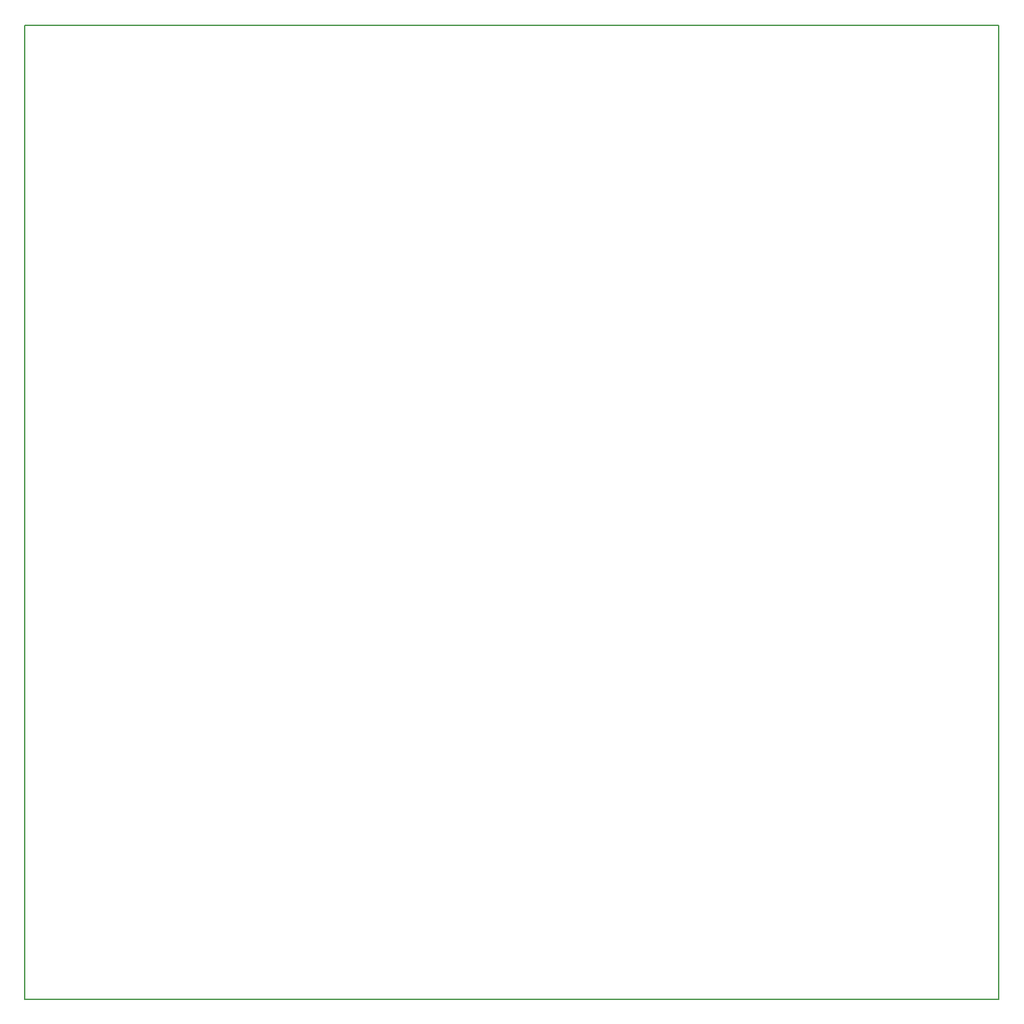
<source format=gm1>
G04 #@! TF.FileFunction,Profile,NP*
%FSLAX46Y46*%
G04 Gerber Fmt 4.6, Leading zero omitted, Abs format (unit mm)*
G04 Created by KiCad (PCBNEW 4.0.7) date 07/20/18 20:43:08*
%MOMM*%
%LPD*%
G01*
G04 APERTURE LIST*
%ADD10C,0.100000*%
%ADD11C,0.150000*%
G04 APERTURE END LIST*
D10*
D11*
X127000000Y-127000000D02*
X127000000Y0D01*
X0Y-127000000D02*
X127000000Y-127000000D01*
X0Y0D02*
X0Y-127000000D01*
X0Y0D02*
X127000000Y0D01*
M02*

</source>
